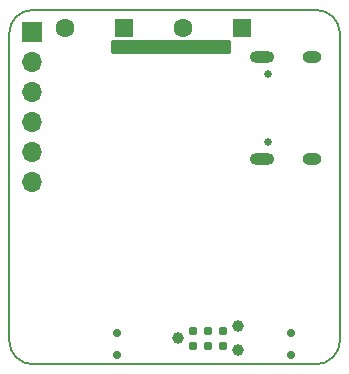
<source format=gbs>
G04 #@! TF.GenerationSoftware,KiCad,Pcbnew,5.1.4+dfsg1-1*
G04 #@! TF.CreationDate,2020-04-12T23:52:35+02:00*
G04 #@! TF.ProjectId,OtterIron_Devkit,4f747465-7249-4726-9f6e-5f4465766b69,rev?*
G04 #@! TF.SameCoordinates,Original*
G04 #@! TF.FileFunction,Soldermask,Bot*
G04 #@! TF.FilePolarity,Negative*
%FSLAX46Y46*%
G04 Gerber Fmt 4.6, Leading zero omitted, Abs format (unit mm)*
G04 Created by KiCad (PCBNEW 5.1.4+dfsg1-1) date 2020-04-12 23:52:35*
%MOMM*%
%LPD*%
G04 APERTURE LIST*
%ADD10C,0.150000*%
%ADD11C,1.600000*%
%ADD12R,1.600000X1.600000*%
%ADD13O,1.700000X1.700000*%
%ADD14R,1.700000X1.700000*%
%ADD15C,0.985520*%
%ADD16C,0.988060*%
%ADD17C,0.784860*%
%ADD18C,0.700000*%
%ADD19O,2.100000X1.000000*%
%ADD20O,1.600000X1.000000*%
%ADD21C,0.650000*%
%ADD22C,0.254000*%
G04 APERTURE END LIST*
D10*
X88000000Y-120000001D02*
G75*
G02X85999999Y-118000000I0J2000001D01*
G01*
X114000001Y-118000000D02*
G75*
G02X112000000Y-120000001I-2000001J0D01*
G01*
X112000000Y-89999999D02*
G75*
G02X114000001Y-92000000I0J-2000001D01*
G01*
X86000000Y-92000000D02*
G75*
G02X88000000Y-90000000I2000000J0D01*
G01*
X86000000Y-92000000D02*
X85999999Y-118000000D01*
X112000000Y-90000000D02*
X88000000Y-90000000D01*
X114000000Y-118000000D02*
X114000000Y-92000000D01*
X88000000Y-120000001D02*
X112000000Y-120000001D01*
D11*
X90750000Y-91500000D03*
D12*
X95750000Y-91500000D03*
D11*
X100750000Y-91500000D03*
D12*
X105750000Y-91500000D03*
D13*
X87900000Y-104600000D03*
X87900000Y-102060000D03*
X87900000Y-99520000D03*
X87900000Y-96980000D03*
X87900000Y-94440000D03*
D14*
X87900000Y-91900000D03*
D15*
X105340000Y-116784000D03*
X105340000Y-118816000D03*
D16*
X100260000Y-117800000D03*
D17*
X104070000Y-118435000D03*
X104070000Y-117165000D03*
X102800000Y-118435000D03*
X102800000Y-117165000D03*
X101530000Y-118435000D03*
X101530000Y-117165000D03*
D18*
X95100000Y-119200000D03*
X95100000Y-117400000D03*
X109900000Y-119200000D03*
X109900000Y-117400000D03*
D19*
X107415000Y-102620000D03*
X107415000Y-93980000D03*
D20*
X111595000Y-102620000D03*
X111595000Y-93980000D03*
D21*
X107945000Y-95410000D03*
X107945000Y-101190000D03*
D22*
G36*
X104573000Y-93573000D02*
G01*
X94727000Y-93573000D01*
X94727000Y-92627000D01*
X104573000Y-92627000D01*
X104573000Y-93573000D01*
X104573000Y-93573000D01*
G37*
X104573000Y-93573000D02*
X94727000Y-93573000D01*
X94727000Y-92627000D01*
X104573000Y-92627000D01*
X104573000Y-93573000D01*
M02*

</source>
